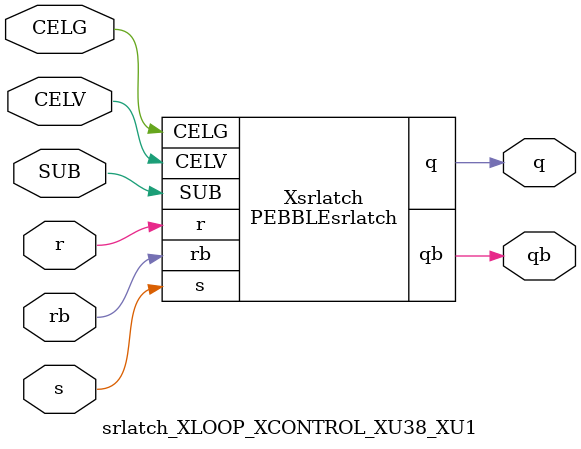
<source format=v>



module PEBBLEsrlatch ( q, qb, CELG, CELV, SUB, r, rb, s );

  input CELV;
  input s;
  output q;
  input rb;
  input r;
  input SUB;
  input CELG;
  output qb;
endmodule

//Celera Confidential Do Not Copy srlatch_XLOOP_XCONTROL_XU38_XU1
//Celera Confidential Symbol Generator
//SR Latch
module srlatch_XLOOP_XCONTROL_XU38_XU1 (CELV,CELG,s,r,rb,q,qb,SUB);
input CELV;
input CELG;
input s;
input r;
input rb;
input SUB;
output q;
output qb;

//Celera Confidential Do Not Copy srlatch
PEBBLEsrlatch Xsrlatch(
.CELV (CELV),
.r (r),
.s (s),
.q (q),
.qb (qb),
.rb (rb),
.SUB (SUB),
.CELG (CELG)
);
//,diesize,PEBBLEsrlatch

//Celera Confidential Do Not Copy Module End
//Celera Schematic Generator
endmodule

</source>
